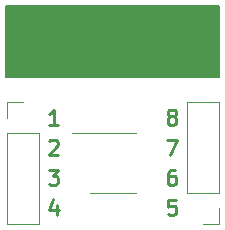
<source format=gbr>
%TF.GenerationSoftware,KiCad,Pcbnew,5.1.7-a382d34a8~87~ubuntu20.04.1*%
%TF.CreationDate,2020-11-06T18:29:39+02:00*%
%TF.ProjectId,BRK-SOIC-8-3.9x4.9-P1.27,42524b2d-534f-4494-932d-382d332e3978,v1.0*%
%TF.SameCoordinates,Original*%
%TF.FileFunction,Legend,Top*%
%TF.FilePolarity,Positive*%
%FSLAX46Y46*%
G04 Gerber Fmt 4.6, Leading zero omitted, Abs format (unit mm)*
G04 Created by KiCad (PCBNEW 5.1.7-a382d34a8~87~ubuntu20.04.1) date 2020-11-06 18:29:39*
%MOMM*%
%LPD*%
G01*
G04 APERTURE LIST*
%ADD10C,0.250000*%
%ADD11C,0.150000*%
%ADD12C,0.120000*%
G04 APERTURE END LIST*
D10*
X104884642Y-96035238D02*
X104760833Y-95973333D01*
X104698928Y-95911428D01*
X104637023Y-95787619D01*
X104637023Y-95725714D01*
X104698928Y-95601904D01*
X104760833Y-95540000D01*
X104884642Y-95478095D01*
X105132261Y-95478095D01*
X105256071Y-95540000D01*
X105317976Y-95601904D01*
X105379880Y-95725714D01*
X105379880Y-95787619D01*
X105317976Y-95911428D01*
X105256071Y-95973333D01*
X105132261Y-96035238D01*
X104884642Y-96035238D01*
X104760833Y-96097142D01*
X104698928Y-96159047D01*
X104637023Y-96282857D01*
X104637023Y-96530476D01*
X104698928Y-96654285D01*
X104760833Y-96716190D01*
X104884642Y-96778095D01*
X105132261Y-96778095D01*
X105256071Y-96716190D01*
X105317976Y-96654285D01*
X105379880Y-96530476D01*
X105379880Y-96282857D01*
X105317976Y-96159047D01*
X105256071Y-96097142D01*
X105132261Y-96035238D01*
X104575119Y-98018095D02*
X105441785Y-98018095D01*
X104884642Y-99318095D01*
X105256071Y-100558095D02*
X105008452Y-100558095D01*
X104884642Y-100620000D01*
X104822738Y-100681904D01*
X104698928Y-100867619D01*
X104637023Y-101115238D01*
X104637023Y-101610476D01*
X104698928Y-101734285D01*
X104760833Y-101796190D01*
X104884642Y-101858095D01*
X105132261Y-101858095D01*
X105256071Y-101796190D01*
X105317976Y-101734285D01*
X105379880Y-101610476D01*
X105379880Y-101300952D01*
X105317976Y-101177142D01*
X105256071Y-101115238D01*
X105132261Y-101053333D01*
X104884642Y-101053333D01*
X104760833Y-101115238D01*
X104698928Y-101177142D01*
X104637023Y-101300952D01*
X105317976Y-103098095D02*
X104698928Y-103098095D01*
X104637023Y-103717142D01*
X104698928Y-103655238D01*
X104822738Y-103593333D01*
X105132261Y-103593333D01*
X105256071Y-103655238D01*
X105317976Y-103717142D01*
X105379880Y-103840952D01*
X105379880Y-104150476D01*
X105317976Y-104274285D01*
X105256071Y-104336190D01*
X105132261Y-104398095D01*
X104822738Y-104398095D01*
X104698928Y-104336190D01*
X104637023Y-104274285D01*
X95239166Y-103531428D02*
X95239166Y-104398095D01*
X94929642Y-103036190D02*
X94620119Y-103964761D01*
X95424880Y-103964761D01*
X94558214Y-100558095D02*
X95362976Y-100558095D01*
X94929642Y-101053333D01*
X95115357Y-101053333D01*
X95239166Y-101115238D01*
X95301071Y-101177142D01*
X95362976Y-101300952D01*
X95362976Y-101610476D01*
X95301071Y-101734285D01*
X95239166Y-101796190D01*
X95115357Y-101858095D01*
X94743928Y-101858095D01*
X94620119Y-101796190D01*
X94558214Y-101734285D01*
X94620119Y-98141904D02*
X94682023Y-98080000D01*
X94805833Y-98018095D01*
X95115357Y-98018095D01*
X95239166Y-98080000D01*
X95301071Y-98141904D01*
X95362976Y-98265714D01*
X95362976Y-98389523D01*
X95301071Y-98575238D01*
X94558214Y-99318095D01*
X95362976Y-99318095D01*
X95362976Y-96778095D02*
X94620119Y-96778095D01*
X94991547Y-96778095D02*
X94991547Y-95478095D01*
X94867738Y-95663809D01*
X94743928Y-95787619D01*
X94620119Y-95849523D01*
D11*
G36*
X109020000Y-92700000D02*
G01*
X90980000Y-92700000D01*
X90980000Y-86700000D01*
X109020000Y-86700000D01*
X109020000Y-92700000D01*
G37*
X109020000Y-92700000D02*
X90980000Y-92700000D01*
X90980000Y-86700000D01*
X109020000Y-86700000D01*
X109020000Y-92700000D01*
D12*
%TO.C,J2*%
X108950000Y-94860000D02*
X106290000Y-94860000D01*
X108950000Y-102540000D02*
X108950000Y-94860000D01*
X106290000Y-102540000D02*
X106290000Y-94860000D01*
X108950000Y-102540000D02*
X106290000Y-102540000D01*
X108950000Y-103810000D02*
X108950000Y-105140000D01*
X108950000Y-105140000D02*
X107620000Y-105140000D01*
%TO.C,J1*%
X91050000Y-105140000D02*
X93710000Y-105140000D01*
X91050000Y-97460000D02*
X91050000Y-105140000D01*
X93710000Y-97460000D02*
X93710000Y-105140000D01*
X91050000Y-97460000D02*
X93710000Y-97460000D01*
X91050000Y-96190000D02*
X91050000Y-94860000D01*
X91050000Y-94860000D02*
X92380000Y-94860000D01*
%TO.C,U1*%
X100000000Y-102560000D02*
X101950000Y-102560000D01*
X100000000Y-102560000D02*
X98050000Y-102560000D01*
X100000000Y-97440000D02*
X101950000Y-97440000D01*
X100000000Y-97440000D02*
X96550000Y-97440000D01*
%TD*%
M02*

</source>
